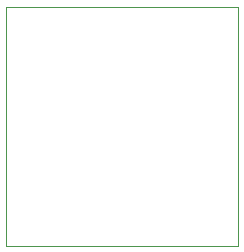
<source format=gbr>
%TF.GenerationSoftware,Altium Limited,Altium Designer,23.0.1 (38)*%
G04 Layer_Color=0*
%FSLAX45Y45*%
%MOMM*%
%TF.SameCoordinates,E0F799D9-27B4-45C1-BD14-B3F5E9977550*%
%TF.FilePolarity,Positive*%
%TF.FileFunction,Other,Bottom_Courtyard*%
%TF.Part,Single*%
G01*
G75*
%TA.AperFunction,NonConductor*%
%ADD122C,0.05000*%
D122*
X3769995Y425003D02*
X5729996D01*
X3769995D02*
Y2450003D01*
X5729996D01*
Y425003D02*
Y2450003D01*
%TF.MD5,bbbd08717b75e4b5cda783ff200ad2ba*%
M02*

</source>
